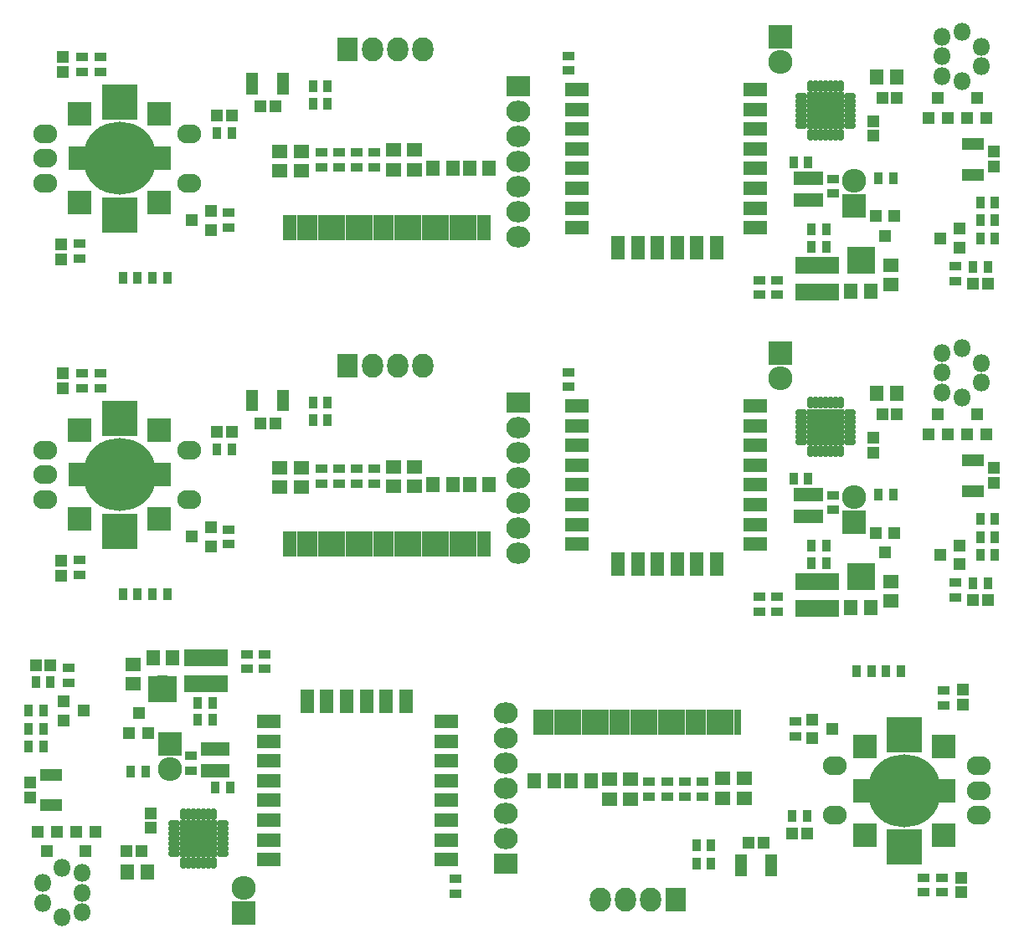
<source format=gbr>
G04 #@! TF.FileFunction,Soldermask,Top*
%FSLAX46Y46*%
G04 Gerber Fmt 4.6, Leading zero omitted, Abs format (unit mm)*
G04 Created by KiCad (PCBNEW (2016-05-02 BZR 6765, Git 2f87409)-product) date 2016-05-10 21:50:54*
%MOMM*%
%LPD*%
G01*
G04 APERTURE LIST*
%ADD10C,0.100000*%
%ADD11R,0.900000X1.300000*%
%ADD12R,1.300000X0.900000*%
%ADD13R,1.100000X0.650000*%
%ADD14R,1.040000X1.600000*%
%ADD15R,1.200100X1.200100*%
%ADD16R,0.800000X2.600000*%
%ADD17O,2.400000X1.924000*%
%ADD18R,3.600000X3.600000*%
%ADD19C,7.400000*%
%ADD20R,2.400000X2.400000*%
%ADD21O,1.800000X1.800000*%
%ADD22R,4.400000X1.700000*%
%ADD23R,0.700000X1.200000*%
%ADD24R,1.650000X1.400000*%
%ADD25R,1.400000X1.650000*%
%ADD26R,1.200000X1.150000*%
%ADD27R,1.150000X1.200000*%
%ADD28O,1.250000X0.700000*%
%ADD29O,0.700000X1.250000*%
%ADD30R,2.075000X2.075000*%
%ADD31R,1.050000X1.460000*%
%ADD32R,2.127200X2.432000*%
%ADD33O,2.127200X2.432000*%
%ADD34R,1.200000X0.700000*%
%ADD35R,2.432000X2.432000*%
%ADD36O,2.432000X2.432000*%
%ADD37R,2.432000X2.127200*%
%ADD38O,2.432000X2.127200*%
%ADD39R,1.400000X2.400000*%
%ADD40R,2.400000X1.400000*%
G04 APERTURE END LIST*
D10*
D11*
X168060000Y-71980000D03*
X169560000Y-71980000D03*
X178350000Y-74490000D03*
X179850000Y-74490000D03*
D12*
X163450000Y-72070000D03*
X163450000Y-73570000D03*
D13*
X167235000Y-81300000D03*
X167235000Y-80800000D03*
X167235000Y-80300000D03*
X167235000Y-79800000D03*
X167235000Y-79300000D03*
X165385000Y-79300000D03*
X165385000Y-79800000D03*
X165385000Y-80300000D03*
X165385000Y-80800000D03*
X165385000Y-81300000D03*
D14*
X166310000Y-79700000D03*
X166310000Y-80900000D03*
D15*
X176300760Y-79040000D03*
X176300760Y-77140000D03*
X174301780Y-78090000D03*
X173150000Y-65890760D03*
X175050000Y-65890760D03*
X174100000Y-63891780D03*
X177050000Y-65890760D03*
X178950000Y-65890760D03*
X178000000Y-63891780D03*
X100608980Y-77230000D03*
X100608980Y-75330000D03*
X98610000Y-76280000D03*
D11*
X161280000Y-77190000D03*
X162780000Y-77190000D03*
X161300000Y-78930000D03*
X162800000Y-78930000D03*
X159470000Y-70380000D03*
X160970000Y-70380000D03*
D12*
X136710000Y-59630000D03*
X136710000Y-61130000D03*
D11*
X179850000Y-76290000D03*
X178350000Y-76290000D03*
D12*
X102310000Y-75530000D03*
X102310000Y-77030000D03*
D11*
X179850000Y-78090000D03*
X178350000Y-78090000D03*
D12*
X175800000Y-82440000D03*
X175800000Y-80940000D03*
D11*
X177650000Y-80990000D03*
X179150000Y-80990000D03*
X94660000Y-82080000D03*
X96160000Y-82080000D03*
X91660000Y-82080000D03*
X93160000Y-82080000D03*
D12*
X157810000Y-82330000D03*
X157810000Y-83830000D03*
X89410000Y-59730000D03*
X89410000Y-61230000D03*
X156010000Y-82330000D03*
X156010000Y-83830000D03*
D11*
X101160000Y-67480000D03*
X102660000Y-67480000D03*
D12*
X87510000Y-61230000D03*
X87510000Y-59730000D03*
X87310000Y-78630000D03*
X87310000Y-80130000D03*
X117110000Y-70930000D03*
X117110000Y-69430000D03*
X111710000Y-70930000D03*
X111710000Y-69430000D03*
X115310000Y-70930000D03*
X115310000Y-69430000D03*
X113510000Y-70930000D03*
X113510000Y-69430000D03*
D16*
X128510000Y-76980000D03*
X127810000Y-76980000D03*
X127110000Y-76980000D03*
X126410000Y-76980000D03*
X125710000Y-76980000D03*
X125010000Y-76980000D03*
X124310000Y-76980000D03*
X123610000Y-76980000D03*
X122910000Y-76980000D03*
X122210000Y-76980000D03*
X121510000Y-76980000D03*
X120810000Y-76980000D03*
X120110000Y-76980000D03*
X119410000Y-76980000D03*
X118710000Y-76980000D03*
X118010000Y-76980000D03*
X117310000Y-76980000D03*
X116610000Y-76980000D03*
X115910000Y-76980000D03*
X115210000Y-76980000D03*
X114510000Y-76980000D03*
X113810000Y-76980000D03*
X113110000Y-76980000D03*
X112410000Y-76980000D03*
X111710000Y-76980000D03*
X111010000Y-76980000D03*
X110310000Y-76980000D03*
X109610000Y-76980000D03*
X108910000Y-76980000D03*
X108210000Y-76980000D03*
D17*
X83830000Y-72510000D03*
X83830000Y-70010000D03*
X83830000Y-67510000D03*
X98330000Y-67510000D03*
X98330000Y-72510000D03*
D18*
X91330000Y-75710000D03*
X91330000Y-64310000D03*
D19*
X91330000Y-70010000D03*
D20*
X87330000Y-70010000D03*
X95330000Y-70010000D03*
X95310000Y-65480000D03*
X87310000Y-65480000D03*
X95310000Y-74480000D03*
X87310000Y-74480000D03*
D21*
X174499800Y-59690000D03*
X174499800Y-57696100D03*
X174499800Y-61683900D03*
X178487600Y-58686700D03*
X178487600Y-60693300D03*
X176506400Y-57188100D03*
X176506400Y-62191900D03*
D22*
X161900000Y-83500000D03*
X161900000Y-80800000D03*
D23*
X178350000Y-71640000D03*
X178350000Y-68540000D03*
X177850000Y-71640000D03*
X177850000Y-68540000D03*
X177350000Y-71640000D03*
X177350000Y-68540000D03*
X176850000Y-71640000D03*
X176850000Y-68540000D03*
D24*
X169320000Y-80800000D03*
X169320000Y-82800000D03*
D25*
X167900000Y-61790000D03*
X169900000Y-61790000D03*
D26*
X168450000Y-63890000D03*
X169950000Y-63890000D03*
D27*
X167500000Y-66240000D03*
X167500000Y-67740000D03*
D25*
X165290000Y-83470000D03*
X167290000Y-83470000D03*
D26*
X177650000Y-82690000D03*
X179150000Y-82690000D03*
X102660000Y-65680000D03*
X101160000Y-65680000D03*
D27*
X85610000Y-59730000D03*
X85610000Y-61230000D03*
X85410000Y-80230000D03*
X85410000Y-78730000D03*
D24*
X119010000Y-69180000D03*
X119010000Y-71180000D03*
X109710000Y-71280000D03*
X109710000Y-69280000D03*
D25*
X128710000Y-70980000D03*
X126710000Y-70980000D03*
X125010000Y-70980000D03*
X123010000Y-70980000D03*
D24*
X121110000Y-71180000D03*
X121110000Y-69180000D03*
X107510000Y-71280000D03*
X107510000Y-69280000D03*
D28*
X165150000Y-66690000D03*
X165150000Y-66190000D03*
X165150000Y-65690000D03*
X165150000Y-65190000D03*
X165150000Y-64690000D03*
X165150000Y-64190000D03*
X165150000Y-63690000D03*
D29*
X164200000Y-62740000D03*
X163700000Y-62740000D03*
X163200000Y-62740000D03*
X162700000Y-62740000D03*
X162200000Y-62740000D03*
X161700000Y-62740000D03*
X161200000Y-62740000D03*
D28*
X160250000Y-63690000D03*
X160250000Y-64190000D03*
X160250000Y-64690000D03*
X160250000Y-65190000D03*
X160250000Y-65690000D03*
X160250000Y-66190000D03*
X160250000Y-66690000D03*
D29*
X161200000Y-67640000D03*
X161700000Y-67640000D03*
X162200000Y-67640000D03*
X162700000Y-67640000D03*
X163200000Y-67640000D03*
X163700000Y-67640000D03*
X164200000Y-67640000D03*
D30*
X161862500Y-64352500D03*
X161862500Y-66027500D03*
X163537500Y-64352500D03*
X163537500Y-66027500D03*
D27*
X179700000Y-70840000D03*
X179700000Y-69340000D03*
D15*
X169690000Y-75869240D03*
X167790000Y-75869240D03*
X168740000Y-77868220D03*
D31*
X160040000Y-74250000D03*
X160990000Y-74250000D03*
X161940000Y-74250000D03*
X161940000Y-72050000D03*
X160040000Y-72050000D03*
X160990000Y-72050000D03*
D26*
X105560000Y-64780000D03*
X107060000Y-64780000D03*
D11*
X112360000Y-64480000D03*
X110860000Y-64480000D03*
X112360000Y-62680000D03*
X110860000Y-62680000D03*
D32*
X114410000Y-58980000D03*
D33*
X116950000Y-58980000D03*
X119490000Y-58980000D03*
X122030000Y-58980000D03*
D34*
X104760000Y-63230000D03*
X107860000Y-63230000D03*
X104760000Y-62730000D03*
X107860000Y-62730000D03*
X104760000Y-62230000D03*
X107860000Y-62230000D03*
X104760000Y-61730000D03*
X107860000Y-61730000D03*
D35*
X158110000Y-57680000D03*
D36*
X158110000Y-60220000D03*
D37*
X131610000Y-62680000D03*
D38*
X131610000Y-65220000D03*
X131610000Y-67760000D03*
X131610000Y-70300000D03*
X131610000Y-72840000D03*
X131610000Y-75380000D03*
X131610000Y-77920000D03*
D35*
X165610000Y-74780000D03*
D36*
X165610000Y-72240000D03*
D39*
X141710000Y-79040000D03*
X143710000Y-79040000D03*
X145710000Y-79040000D03*
X147710000Y-79040000D03*
X149710000Y-79040000D03*
X151710000Y-79040000D03*
D40*
X137610000Y-63040000D03*
X137610000Y-65040000D03*
X137610000Y-67040000D03*
X137610000Y-69040000D03*
X137610000Y-71040000D03*
X137610000Y-73040000D03*
X137610000Y-75040000D03*
X137610000Y-77040000D03*
X155610000Y-77040000D03*
X155610000Y-75040000D03*
X155610000Y-73040000D03*
X155610000Y-71040000D03*
X155610000Y-69040000D03*
X155610000Y-67040000D03*
X155610000Y-65040000D03*
X155610000Y-63040000D03*
D11*
X168060000Y-103990000D03*
X169560000Y-103990000D03*
X178350000Y-106500000D03*
X179850000Y-106500000D03*
D12*
X163450000Y-104080000D03*
X163450000Y-105580000D03*
D13*
X167235000Y-113310000D03*
X167235000Y-112810000D03*
X167235000Y-112310000D03*
X167235000Y-111810000D03*
X167235000Y-111310000D03*
X165385000Y-111310000D03*
X165385000Y-111810000D03*
X165385000Y-112310000D03*
X165385000Y-112810000D03*
X165385000Y-113310000D03*
D14*
X166310000Y-111710000D03*
X166310000Y-112910000D03*
D15*
X176300760Y-111050000D03*
X176300760Y-109150000D03*
X174301780Y-110100000D03*
X173150000Y-97900760D03*
X175050000Y-97900760D03*
X174100000Y-95901780D03*
X177050000Y-97900760D03*
X178950000Y-97900760D03*
X178000000Y-95901780D03*
X100608980Y-109240000D03*
X100608980Y-107340000D03*
X98610000Y-108290000D03*
D11*
X161280000Y-109200000D03*
X162780000Y-109200000D03*
X161300000Y-110940000D03*
X162800000Y-110940000D03*
X159470000Y-102390000D03*
X160970000Y-102390000D03*
D12*
X136710000Y-91640000D03*
X136710000Y-93140000D03*
D11*
X179850000Y-108300000D03*
X178350000Y-108300000D03*
D12*
X102310000Y-107540000D03*
X102310000Y-109040000D03*
D11*
X179850000Y-110100000D03*
X178350000Y-110100000D03*
D12*
X175800000Y-114450000D03*
X175800000Y-112950000D03*
D11*
X177650000Y-113000000D03*
X179150000Y-113000000D03*
X94660000Y-114090000D03*
X96160000Y-114090000D03*
X91660000Y-114090000D03*
X93160000Y-114090000D03*
D12*
X157810000Y-114340000D03*
X157810000Y-115840000D03*
X89410000Y-91740000D03*
X89410000Y-93240000D03*
X156010000Y-114340000D03*
X156010000Y-115840000D03*
D11*
X101160000Y-99490000D03*
X102660000Y-99490000D03*
D12*
X87510000Y-93240000D03*
X87510000Y-91740000D03*
X87310000Y-110640000D03*
X87310000Y-112140000D03*
X117110000Y-102940000D03*
X117110000Y-101440000D03*
X111710000Y-102940000D03*
X111710000Y-101440000D03*
X115310000Y-102940000D03*
X115310000Y-101440000D03*
X113510000Y-102940000D03*
X113510000Y-101440000D03*
D16*
X128510000Y-108990000D03*
X127810000Y-108990000D03*
X127110000Y-108990000D03*
X126410000Y-108990000D03*
X125710000Y-108990000D03*
X125010000Y-108990000D03*
X124310000Y-108990000D03*
X123610000Y-108990000D03*
X122910000Y-108990000D03*
X122210000Y-108990000D03*
X121510000Y-108990000D03*
X120810000Y-108990000D03*
X120110000Y-108990000D03*
X119410000Y-108990000D03*
X118710000Y-108990000D03*
X118010000Y-108990000D03*
X117310000Y-108990000D03*
X116610000Y-108990000D03*
X115910000Y-108990000D03*
X115210000Y-108990000D03*
X114510000Y-108990000D03*
X113810000Y-108990000D03*
X113110000Y-108990000D03*
X112410000Y-108990000D03*
X111710000Y-108990000D03*
X111010000Y-108990000D03*
X110310000Y-108990000D03*
X109610000Y-108990000D03*
X108910000Y-108990000D03*
X108210000Y-108990000D03*
D17*
X83830000Y-104520000D03*
X83830000Y-102020000D03*
X83830000Y-99520000D03*
X98330000Y-99520000D03*
X98330000Y-104520000D03*
D18*
X91330000Y-107720000D03*
X91330000Y-96320000D03*
D19*
X91330000Y-102020000D03*
D20*
X87330000Y-102020000D03*
X95330000Y-102020000D03*
X95310000Y-97490000D03*
X87310000Y-97490000D03*
X95310000Y-106490000D03*
X87310000Y-106490000D03*
D21*
X174499800Y-91700000D03*
X174499800Y-89706100D03*
X174499800Y-93693900D03*
X178487600Y-90696700D03*
X178487600Y-92703300D03*
X176506400Y-89198100D03*
X176506400Y-94201900D03*
D22*
X161900000Y-115510000D03*
X161900000Y-112810000D03*
D23*
X178350000Y-103650000D03*
X178350000Y-100550000D03*
X177850000Y-103650000D03*
X177850000Y-100550000D03*
X177350000Y-103650000D03*
X177350000Y-100550000D03*
X176850000Y-103650000D03*
X176850000Y-100550000D03*
D24*
X169320000Y-112810000D03*
X169320000Y-114810000D03*
D25*
X167900000Y-93800000D03*
X169900000Y-93800000D03*
D26*
X168450000Y-95900000D03*
X169950000Y-95900000D03*
D27*
X167500000Y-98250000D03*
X167500000Y-99750000D03*
D25*
X165290000Y-115480000D03*
X167290000Y-115480000D03*
D26*
X177650000Y-114700000D03*
X179150000Y-114700000D03*
X102660000Y-97690000D03*
X101160000Y-97690000D03*
D27*
X85610000Y-91740000D03*
X85610000Y-93240000D03*
X85410000Y-112240000D03*
X85410000Y-110740000D03*
D24*
X119010000Y-101190000D03*
X119010000Y-103190000D03*
X109710000Y-103290000D03*
X109710000Y-101290000D03*
D25*
X128710000Y-102990000D03*
X126710000Y-102990000D03*
X125010000Y-102990000D03*
X123010000Y-102990000D03*
D24*
X121110000Y-103190000D03*
X121110000Y-101190000D03*
X107510000Y-103290000D03*
X107510000Y-101290000D03*
D28*
X165150000Y-98700000D03*
X165150000Y-98200000D03*
X165150000Y-97700000D03*
X165150000Y-97200000D03*
X165150000Y-96700000D03*
X165150000Y-96200000D03*
X165150000Y-95700000D03*
D29*
X164200000Y-94750000D03*
X163700000Y-94750000D03*
X163200000Y-94750000D03*
X162700000Y-94750000D03*
X162200000Y-94750000D03*
X161700000Y-94750000D03*
X161200000Y-94750000D03*
D28*
X160250000Y-95700000D03*
X160250000Y-96200000D03*
X160250000Y-96700000D03*
X160250000Y-97200000D03*
X160250000Y-97700000D03*
X160250000Y-98200000D03*
X160250000Y-98700000D03*
D29*
X161200000Y-99650000D03*
X161700000Y-99650000D03*
X162200000Y-99650000D03*
X162700000Y-99650000D03*
X163200000Y-99650000D03*
X163700000Y-99650000D03*
X164200000Y-99650000D03*
D30*
X161862500Y-96362500D03*
X161862500Y-98037500D03*
X163537500Y-96362500D03*
X163537500Y-98037500D03*
D27*
X179700000Y-102850000D03*
X179700000Y-101350000D03*
D15*
X169690000Y-107879240D03*
X167790000Y-107879240D03*
X168740000Y-109878220D03*
D31*
X160040000Y-106260000D03*
X160990000Y-106260000D03*
X161940000Y-106260000D03*
X161940000Y-104060000D03*
X160040000Y-104060000D03*
X160990000Y-104060000D03*
D26*
X105560000Y-96790000D03*
X107060000Y-96790000D03*
D11*
X112360000Y-96490000D03*
X110860000Y-96490000D03*
X112360000Y-94690000D03*
X110860000Y-94690000D03*
D32*
X114410000Y-90990000D03*
D33*
X116950000Y-90990000D03*
X119490000Y-90990000D03*
X122030000Y-90990000D03*
D34*
X104760000Y-95240000D03*
X107860000Y-95240000D03*
X104760000Y-94740000D03*
X107860000Y-94740000D03*
X104760000Y-94240000D03*
X107860000Y-94240000D03*
X104760000Y-93740000D03*
X107860000Y-93740000D03*
D35*
X158110000Y-89690000D03*
D36*
X158110000Y-92230000D03*
D37*
X131610000Y-94690000D03*
D38*
X131610000Y-97230000D03*
X131610000Y-99770000D03*
X131610000Y-102310000D03*
X131610000Y-104850000D03*
X131610000Y-107390000D03*
X131610000Y-109930000D03*
D35*
X165610000Y-106790000D03*
D36*
X165610000Y-104250000D03*
D39*
X141710000Y-111050000D03*
X143710000Y-111050000D03*
X145710000Y-111050000D03*
X147710000Y-111050000D03*
X149710000Y-111050000D03*
X151710000Y-111050000D03*
D40*
X137610000Y-95050000D03*
X137610000Y-97050000D03*
X137610000Y-99050000D03*
X137610000Y-101050000D03*
X137610000Y-103050000D03*
X137610000Y-105050000D03*
X137610000Y-107050000D03*
X137610000Y-109050000D03*
X155610000Y-109050000D03*
X155610000Y-107050000D03*
X155610000Y-105050000D03*
X155610000Y-103050000D03*
X155610000Y-101050000D03*
X155610000Y-99050000D03*
X155610000Y-97050000D03*
X155610000Y-95050000D03*
D11*
X93940000Y-132020000D03*
X92440000Y-132020000D03*
X83650000Y-129510000D03*
X82150000Y-129510000D03*
D12*
X98550000Y-131930000D03*
X98550000Y-130430000D03*
D13*
X94765000Y-122700000D03*
X94765000Y-123200000D03*
X94765000Y-123700000D03*
X94765000Y-124200000D03*
X94765000Y-124700000D03*
X96615000Y-124700000D03*
X96615000Y-124200000D03*
X96615000Y-123700000D03*
X96615000Y-123200000D03*
X96615000Y-122700000D03*
D14*
X95690000Y-124300000D03*
X95690000Y-123100000D03*
D15*
X85699240Y-124960000D03*
X85699240Y-126860000D03*
X87698220Y-125910000D03*
X88850000Y-138109240D03*
X86950000Y-138109240D03*
X87900000Y-140108220D03*
X84950000Y-138109240D03*
X83050000Y-138109240D03*
X84000000Y-140108220D03*
X161391020Y-126770000D03*
X161391020Y-128670000D03*
X163390000Y-127720000D03*
D11*
X100720000Y-126810000D03*
X99220000Y-126810000D03*
X100700000Y-125070000D03*
X99200000Y-125070000D03*
X102530000Y-133620000D03*
X101030000Y-133620000D03*
D12*
X125290000Y-144370000D03*
X125290000Y-142870000D03*
D11*
X82150000Y-127710000D03*
X83650000Y-127710000D03*
D12*
X159690000Y-128470000D03*
X159690000Y-126970000D03*
D11*
X82150000Y-125910000D03*
X83650000Y-125910000D03*
D12*
X86200000Y-121560000D03*
X86200000Y-123060000D03*
D11*
X84350000Y-123010000D03*
X82850000Y-123010000D03*
X167340000Y-121920000D03*
X165840000Y-121920000D03*
X170340000Y-121920000D03*
X168840000Y-121920000D03*
D12*
X104190000Y-121670000D03*
X104190000Y-120170000D03*
X172590000Y-144270000D03*
X172590000Y-142770000D03*
X105990000Y-121670000D03*
X105990000Y-120170000D03*
D11*
X160840000Y-136520000D03*
X159340000Y-136520000D03*
D12*
X174490000Y-142770000D03*
X174490000Y-144270000D03*
X174690000Y-125370000D03*
X174690000Y-123870000D03*
X144890000Y-133070000D03*
X144890000Y-134570000D03*
X150290000Y-133070000D03*
X150290000Y-134570000D03*
X146690000Y-133070000D03*
X146690000Y-134570000D03*
X148490000Y-133070000D03*
X148490000Y-134570000D03*
D16*
X133490000Y-127020000D03*
X134190000Y-127020000D03*
X134890000Y-127020000D03*
X135590000Y-127020000D03*
X136290000Y-127020000D03*
X136990000Y-127020000D03*
X137690000Y-127020000D03*
X138390000Y-127020000D03*
X139090000Y-127020000D03*
X139790000Y-127020000D03*
X140490000Y-127020000D03*
X141190000Y-127020000D03*
X141890000Y-127020000D03*
X142590000Y-127020000D03*
X143290000Y-127020000D03*
X143990000Y-127020000D03*
X144690000Y-127020000D03*
X145390000Y-127020000D03*
X146090000Y-127020000D03*
X146790000Y-127020000D03*
X147490000Y-127020000D03*
X148190000Y-127020000D03*
X148890000Y-127020000D03*
X149590000Y-127020000D03*
X150290000Y-127020000D03*
X150990000Y-127020000D03*
X151690000Y-127020000D03*
X152390000Y-127020000D03*
X153090000Y-127020000D03*
X153790000Y-127020000D03*
D17*
X178170000Y-131490000D03*
X178170000Y-133990000D03*
X178170000Y-136490000D03*
X163670000Y-136490000D03*
X163670000Y-131490000D03*
D18*
X170670000Y-128290000D03*
X170670000Y-139690000D03*
D19*
X170670000Y-133990000D03*
D20*
X174670000Y-133990000D03*
X166670000Y-133990000D03*
X166690000Y-138520000D03*
X174690000Y-138520000D03*
X166690000Y-129520000D03*
X174690000Y-129520000D03*
D21*
X87500200Y-144310000D03*
X87500200Y-146303900D03*
X87500200Y-142316100D03*
X83512400Y-145313300D03*
X83512400Y-143306700D03*
X85493600Y-146811900D03*
X85493600Y-141808100D03*
D22*
X100100000Y-120500000D03*
X100100000Y-123200000D03*
D23*
X83650000Y-132360000D03*
X83650000Y-135460000D03*
X84150000Y-132360000D03*
X84150000Y-135460000D03*
X84650000Y-132360000D03*
X84650000Y-135460000D03*
X85150000Y-132360000D03*
X85150000Y-135460000D03*
D24*
X92680000Y-123200000D03*
X92680000Y-121200000D03*
D25*
X94100000Y-142210000D03*
X92100000Y-142210000D03*
D26*
X93550000Y-140110000D03*
X92050000Y-140110000D03*
D27*
X94500000Y-137760000D03*
X94500000Y-136260000D03*
D25*
X96710000Y-120530000D03*
X94710000Y-120530000D03*
D26*
X84350000Y-121310000D03*
X82850000Y-121310000D03*
X159340000Y-138320000D03*
X160840000Y-138320000D03*
D27*
X176390000Y-144270000D03*
X176390000Y-142770000D03*
X176590000Y-123770000D03*
X176590000Y-125270000D03*
D24*
X142990000Y-134820000D03*
X142990000Y-132820000D03*
X152290000Y-132720000D03*
X152290000Y-134720000D03*
D25*
X133290000Y-133020000D03*
X135290000Y-133020000D03*
X136990000Y-133020000D03*
X138990000Y-133020000D03*
D24*
X140890000Y-132820000D03*
X140890000Y-134820000D03*
X154490000Y-132720000D03*
X154490000Y-134720000D03*
D28*
X96850000Y-137310000D03*
X96850000Y-137810000D03*
X96850000Y-138310000D03*
X96850000Y-138810000D03*
X96850000Y-139310000D03*
X96850000Y-139810000D03*
X96850000Y-140310000D03*
D29*
X97800000Y-141260000D03*
X98300000Y-141260000D03*
X98800000Y-141260000D03*
X99300000Y-141260000D03*
X99800000Y-141260000D03*
X100300000Y-141260000D03*
X100800000Y-141260000D03*
D28*
X101750000Y-140310000D03*
X101750000Y-139810000D03*
X101750000Y-139310000D03*
X101750000Y-138810000D03*
X101750000Y-138310000D03*
X101750000Y-137810000D03*
X101750000Y-137310000D03*
D29*
X100800000Y-136360000D03*
X100300000Y-136360000D03*
X99800000Y-136360000D03*
X99300000Y-136360000D03*
X98800000Y-136360000D03*
X98300000Y-136360000D03*
X97800000Y-136360000D03*
D30*
X100137500Y-139647500D03*
X100137500Y-137972500D03*
X98462500Y-139647500D03*
X98462500Y-137972500D03*
D27*
X82300000Y-133160000D03*
X82300000Y-134660000D03*
D15*
X92310000Y-128130760D03*
X94210000Y-128130760D03*
X93260000Y-126131780D03*
D31*
X101960000Y-129750000D03*
X101010000Y-129750000D03*
X100060000Y-129750000D03*
X100060000Y-131950000D03*
X101960000Y-131950000D03*
X101010000Y-131950000D03*
D26*
X156440000Y-139220000D03*
X154940000Y-139220000D03*
D11*
X149640000Y-139520000D03*
X151140000Y-139520000D03*
X149640000Y-141320000D03*
X151140000Y-141320000D03*
D32*
X147590000Y-145020000D03*
D33*
X145050000Y-145020000D03*
X142510000Y-145020000D03*
X139970000Y-145020000D03*
D34*
X157240000Y-140770000D03*
X154140000Y-140770000D03*
X157240000Y-141270000D03*
X154140000Y-141270000D03*
X157240000Y-141770000D03*
X154140000Y-141770000D03*
X157240000Y-142270000D03*
X154140000Y-142270000D03*
D35*
X103890000Y-146320000D03*
D36*
X103890000Y-143780000D03*
D37*
X130390000Y-141320000D03*
D38*
X130390000Y-138780000D03*
X130390000Y-136240000D03*
X130390000Y-133700000D03*
X130390000Y-131160000D03*
X130390000Y-128620000D03*
X130390000Y-126080000D03*
D35*
X96390000Y-129220000D03*
D36*
X96390000Y-131760000D03*
D39*
X120290000Y-124960000D03*
X118290000Y-124960000D03*
X116290000Y-124960000D03*
X114290000Y-124960000D03*
X112290000Y-124960000D03*
X110290000Y-124960000D03*
D40*
X124390000Y-140960000D03*
X124390000Y-138960000D03*
X124390000Y-136960000D03*
X124390000Y-134960000D03*
X124390000Y-132960000D03*
X124390000Y-130960000D03*
X124390000Y-128960000D03*
X124390000Y-126960000D03*
X106390000Y-126960000D03*
X106390000Y-128960000D03*
X106390000Y-130960000D03*
X106390000Y-132960000D03*
X106390000Y-134960000D03*
X106390000Y-136960000D03*
X106390000Y-138960000D03*
X106390000Y-140960000D03*
M02*

</source>
